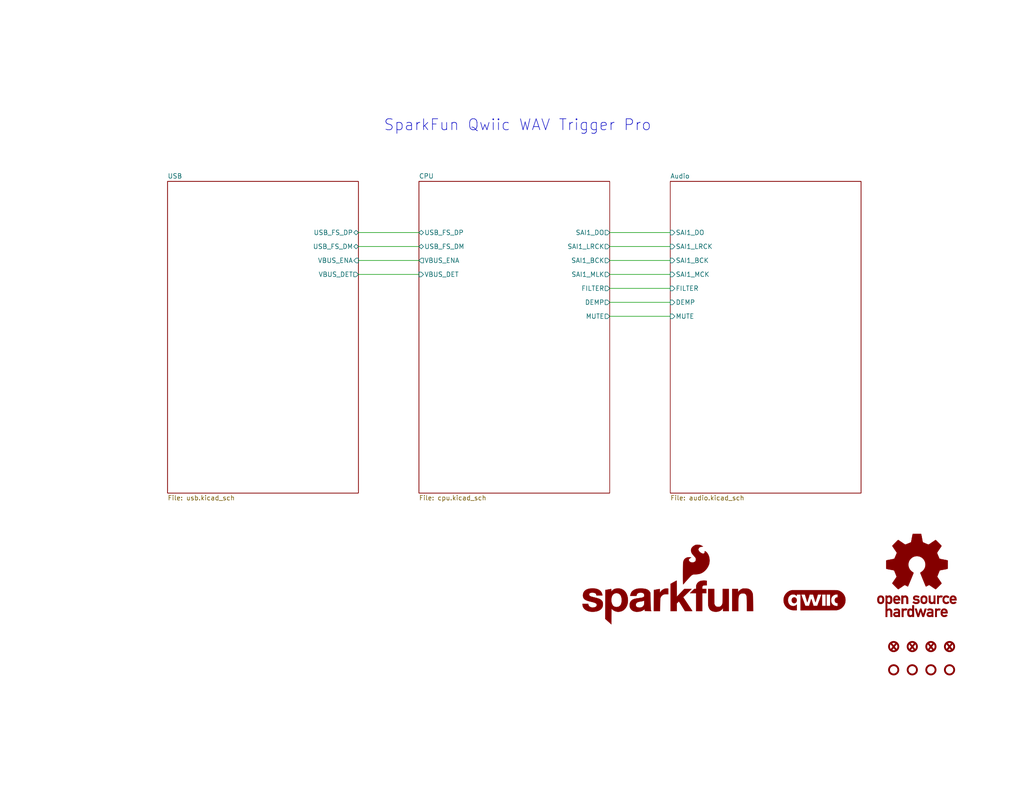
<source format=kicad_sch>
(kicad_sch (version 20231120) (generator "eeschema") (generator_version "8.0")
  (paper "USLetter")
  (title_block (title "SparkFun Qwiic WAV Trigger Pro") (date "2024-08-29") (rev "1.0") (company "Robertsonics / SparkFun"))
  (lib_symbols
    (symbol "SparkFun-Aesthetic:Fiducial_0.5mm"
      (symbol "Fiducial_0.5mm_1_1"
        (text "x" (at 0 0.254 0) (effects (font (size 2.5 2.5) (bold yes))))
      )
    )
    (symbol "SparkFun-Aesthetic:OSHW_Logo" (pin_names (offset 1.016)) (in_bom no))
    (symbol "SparkFun-Aesthetic:SparkFun_Logo" (pin_names (offset 1.016)) (on_board no))
    (symbol "SparkFun-Aesthetic:qwiic_Logo" (pin_names (offset 1.016)) (on_board no))
    (symbol "SparkFun-Hardware:Standoff")
  )
  (wire (pts (xy 166.37 78.74) (xy 182.88 78.74)))
  (wire (pts (xy 97.79 67.31) (xy 114.3 67.31)))
  (wire (pts (xy 166.37 67.31) (xy 182.88 67.31)))
  (wire (pts (xy 97.79 71.12) (xy 114.3 71.12)))
  (wire (pts (xy 166.37 63.5) (xy 182.88 63.5)))
  (wire (pts (xy 97.79 63.5) (xy 114.3 63.5)))
  (wire (pts (xy 166.37 71.12) (xy 182.88 71.12)))
  (wire (pts (xy 97.79 74.93) (xy 114.3 74.93)))
  (wire (pts (xy 166.37 82.55) (xy 182.88 82.55)))
  (wire (pts (xy 166.37 86.36) (xy 182.88 86.36)))
  (wire (pts (xy 166.37 74.93) (xy 182.88 74.93)))
  (text "SparkFun Qwiic WAV Trigger Pro" (at 141.224 34.29 0) (effects (font (size 3 3))))
  (symbol (lib_id "SparkFun-Aesthetic:SparkFun_Logo") (at 181.61 163.83 0) (unit 1) (on_board no)
    (property "Reference" "G1" (effects (hide yes)))
    (property "Value" "SparkFun_Logo" (effects (hide yes)))
  )
  (symbol (lib_id "SparkFun-Hardware:Standoff") (at 248.92 182.88 0) (unit 1)
    (property "Reference" "ST2" (effects (hide yes)))
    (property "Value" "Standoff" (effects (hide yes)))
    (property "Footprint" "SparkFun-Hardware:Standoff" (effects (hide yes)))
    (property "Description" "Drill holes for mechanically mounting via screws, standoffs, etc." (effects (hide yes)))
  )
  (symbol (lib_id "SparkFun-Hardware:Standoff") (at 254 182.88 0) (unit 1)
    (property "Reference" "ST3" (effects (hide yes)))
    (property "Value" "Standoff" (effects (hide yes)))
    (property "Footprint" "SparkFun-Hardware:Standoff" (effects (hide yes)))
    (property "Description" "Drill holes for mechanically mounting via screws, standoffs, etc." (effects (hide yes)))
  )
  (symbol (lib_id "SparkFun-Aesthetic:qwiic_Logo") (at 222.25 163.83 0) (unit 1) (on_board no)
    (property "Reference" "G3" (effects (hide yes)))
    (property "Value" "qwiic_Logo" (effects (hide yes)))
  )
  (symbol (lib_id "SparkFun-Aesthetic:Fiducial_0.5mm") (at 248.92 176.53 0) (unit 1)
    (property "Reference" "FID2" (effects (hide yes)))
    (property "Value" "Fiducial_0.5mm" (effects (hide yes)))
    (property "Footprint" "SparkFun-Aesthetic:Fiducial_0.5mm_Mask1mm" (effects (hide yes)))
    (property "Description" "Fiducial Marker" (effects (hide yes)))
  )
  (symbol (lib_id "SparkFun-Hardware:Standoff") (at 243.84 182.88 0) (unit 1)
    (property "Reference" "ST1" (effects (hide yes)))
    (property "Value" "Standoff" (effects (hide yes)))
    (property "Footprint" "SparkFun-Hardware:Standoff" (effects (hide yes)))
    (property "Description" "Drill holes for mechanically mounting via screws, standoffs, etc." (effects (hide yes)))
  )
  (symbol (lib_id "SparkFun-Aesthetic:OSHW_Logo") (at 250.19 161.29 0) (unit 1) (in_bom no)
    (property "Reference" "G4" (effects (hide yes)))
    (property "Value" "OSHW_Logo" (effects (hide yes)))
    (property "Footprint" "SparkFun-Aesthetic:Creative_Commons_License" (effects (hide yes)))
  )
  (symbol (lib_id "SparkFun-Aesthetic:Fiducial_0.5mm") (at 259.08 176.53 0) (unit 1)
    (property "Reference" "FID4" (effects (hide yes)))
    (property "Value" "Fiducial_0.5mm" (effects (hide yes)))
    (property "Footprint" "SparkFun-Aesthetic:Fiducial_0.5mm_Mask1mm" (effects (hide yes)))
    (property "Description" "Fiducial Marker" (effects (hide yes)))
  )
  (symbol (lib_id "SparkFun-Aesthetic:Fiducial_0.5mm") (at 254 176.53 0) (unit 1)
    (property "Reference" "FID3" (effects (hide yes)))
    (property "Value" "Fiducial_0.5mm" (effects (hide yes)))
    (property "Footprint" "SparkFun-Aesthetic:Fiducial_0.5mm_Mask1mm" (effects (hide yes)))
    (property "Description" "Fiducial Marker" (effects (hide yes)))
  )
  (symbol (lib_id "SparkFun-Hardware:Standoff") (at 259.08 182.88 0) (unit 1)
    (property "Reference" "ST4" (effects (hide yes)))
    (property "Value" "Standoff" (effects (hide yes)))
    (property "Footprint" "SparkFun-Hardware:Standoff" (effects (hide yes)))
    (property "Description" "Drill holes for mechanically mounting via screws, standoffs, etc." (effects (hide yes)))
  )
  (symbol (lib_id "SparkFun-Aesthetic:Fiducial_0.5mm") (at 243.84 176.53 0) (unit 1)
    (property "Reference" "FID1" (effects (hide yes)))
    (property "Value" "Fiducial_0.5mm" (effects (hide yes)))
    (property "Footprint" "SparkFun-Aesthetic:Fiducial_0.5mm_Mask1mm" (effects (hide yes)))
    (property "Description" "Fiducial Marker" (effects (hide yes)))
  )
  (sheet (at 114.3 49.53) (size 52.07 85.09) (stroke (width 0.1524))
    (property "Sheetname" "CPU" (at 114.3 48.8184 0) (effects (justify left bottom)))
    (property "Sheetfile" "cpu.kicad_sch" (at 114.3 135.2046 0) (effects (justify left top)))
    (pin "SAI1_DO" output (at 166.37 63.5 0))
    (pin "SAI1_LRCK" output (at 166.37 67.31 0))
    (pin "SAI1_BCK" output (at 166.37 71.12 0))
    (pin "SAI1_MLK" output (at 166.37 74.93 0))
    (pin "USB_FS_DM" bidirectional (at 114.3 67.31 180))
    (pin "VBUS_ENA" output (at 114.3 71.12 180))
    (pin "USB_FS_DP" bidirectional (at 114.3 63.5 180))
    (pin "FILTER" output (at 166.37 78.74 0))
    (pin "DEMP" output (at 166.37 82.55 0))
    (pin "MUTE" output (at 166.37 86.36 0))
    (pin "VBUS_DET" input (at 114.3 74.93 180))
  )
  (sheet (at 45.72 49.53) (size 52.07 85.09) (stroke (width 0.1524))
    (property "Sheetname" "USB" (at 45.72 48.8184 0) (effects (justify left bottom)))
    (property "Sheetfile" "usb.kicad_sch" (at 45.72 135.2046 0) (effects (justify left top)))
    (pin "VBUS_ENA" input (at 97.79 71.12 0))
    (pin "USB_FS_DM" bidirectional (at 97.79 67.31 0))
    (pin "USB_FS_DP" bidirectional (at 97.79 63.5 0))
    (pin "VBUS_DET" output (at 97.79 74.93 0))
  )
  (sheet (at 182.88 49.53) (size 52.07 85.09) (stroke (width 0.1524))
    (property "Sheetname" "Audio" (at 182.88 48.8184 0) (effects (justify left bottom)))
    (property "Sheetfile" "audio.kicad_sch" (at 182.88 135.2046 0) (effects (justify left top)))
    (pin "SAI1_LRCK" input (at 182.88 67.31 180))
    (pin "SAI1_DO" input (at 182.88 63.5 180))
    (pin "SAI1_BCK" input (at 182.88 71.12 180))
    (pin "SAI1_MCK" input (at 182.88 74.93 180))
    (pin "MUTE" input (at 182.88 86.36 180))
    (pin "FILTER" input (at 182.88 78.74 180))
    (pin "DEMP" input (at 182.88 82.55 180))
  )
)
</source>
